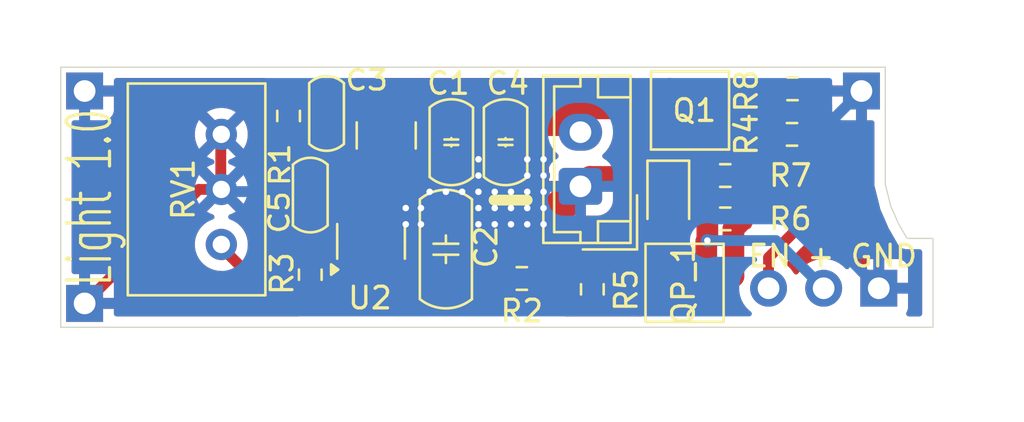
<source format=kicad_pcb>
(kicad_pcb (version 20241229) (generator "pcbnew") (generator_version "9.0")
  (layers (0 "F.Cu" signal) (2 "B.Cu" signal) (13 "F.Paste" user) (15 "B.Paste" user) (5 "F.SilkS" user "F.Silkscreen") (7 "B.SilkS" user "B.Silkscreen") (1 "F.Mask" user) (3 "B.Mask" user) (25 "Edge.Cuts" user))
  (net 0 "")
  (net 1 "/Light_In")
  (net 2 "GND")
  (net 3 "Net-(U2-FB)")
  (net 4 "/Light_cool")
  (net 5 "/Light+")
  (net 6 "Net-(U2-BST)")
  (net 7 "Net-(I1-A)")
  (net 8 "Net-(Q1-G)")
  (net 9 "Net-(Q1-D)")
  (net 10 "VBAT")
  (net 11 "LED_ENABLE")
  (net 12 "Net-(QP_1-G)")
  (net 13 "Net-(QP_1-D)")
  (net 14 "Net-(R3-Pad2)")
  (footprint "Connector_JST:JST_EH_B2B-EH-A_1x02_P2.50mm_Vertical" (layer "F.Cu") (at 114.95 25 90)
    (property "Reference" "LIGHT1" (hide yes))
    (property "Value" "Conn_01x02")
    (fp_line (start 5.11 -1.71) (end -2.61 -1.71) (stroke (width 0.12)) (layer "F.SilkS"))
    (fp_line (start -2.61 -1.71) (end -2.61 2.31) (stroke (width 0.12)) (layer "F.SilkS"))
    (fp_line (start 4.61 -1.21) (end 4.61 0) (stroke (width 0.12)) (layer "F.SilkS"))
    (fp_line (start -2.11 -1.21) (end 4.61 -1.21) (stroke (width 0.12)) (layer "F.SilkS"))
    (fp_line (start 4.61 0) (end 5.11 0) (stroke (width 0.12)) (layer "F.SilkS"))
    (fp_line (start -2.11 0) (end -2.11 -1.21) (stroke (width 0.12)) (layer "F.SilkS"))
    (fp_line (start -2.61 0) (end -2.11 0) (stroke (width 0.12)) (layer "F.SilkS"))
    (fp_line (start -2.91 0.11) (end -2.91 2.61) (stroke (width 0.12)) (layer "F.SilkS"))
    (fp_line (start 5.11 0.81) (end 4.11 0.81) (stroke (width 0.12)) (layer "F.SilkS"))
    (fp_line (start 4.11 0.81) (end 4.11 2.31) (stroke (width 0.12)) (layer "F.SilkS"))
    (fp_line (start -1.61 0.81) (end -1.61 2.31) (stroke (width 0.12)) (layer "F.SilkS"))
    (fp_line (start -2.61 0.81) (end -1.61 0.81) (stroke (width 0.12)) (layer "F.SilkS"))
    (fp_line (start 5.11 2.31) (end 5.11 -1.71) (stroke (width 0.12)) (layer "F.SilkS"))
    (fp_line (start -2.61 2.31) (end 5.11 2.31) (stroke (width 0.12)) (layer "F.SilkS"))
    (fp_line (start -2.91 2.61) (end -0.41 2.61) (stroke (width 0.12)) (layer "F.SilkS"))
    (pad "1" thru_hole roundrect (at 0 0 90) (size 1.7 2) (drill 1) (layers "*.Cu" "*.Mask") (roundrect_rratio 0.147059) (net 2 "GND"))
    (pad "2" thru_hole oval (at 2.5 0 90) (size 1.7 2) (drill 1) (layers "*.Cu" "*.Mask") (net 5 "/Light+"))
  )
  (footprint "Resistor_SMD:R_0603_1608Metric" (layer "F.Cu") (at 101.5 21.75 -90)
    (property "Reference" "R1" (at 2.25 0.4 90) (layer "F.SilkS") (effects (font (size 0.9 1))))
    (property "Value" "10k")
    (fp_line (start 0.237258 0.5225) (end -0.237258 0.5225) (stroke (width 0.12)) (layer "F.SilkS"))
    (fp_line (start 0.237258 -0.5225) (end -0.237258 -0.5225) (stroke (width 0.12)) (layer "F.SilkS"))
    (pad "1" smd roundrect (at -0.825 0 270) (size 0.8 0.95) (layers "F.Cu" "F.Mask" "F.Paste") (net 5 "/Light+"))
    (pad "2" smd roundrect (at 0.825 0 270) (size 0.8 0.95) (layers "F.Cu" "F.Mask" "F.Paste") (net 3 "Net-(U2-FB)"))
  )
  (footprint "Resistor_SMD:R_0603_1608Metric" (layer "F.Cu") (at 121.625 24.5 180)
    (property "Reference" "R7" (at -3 0 0) (layer "F.SilkS"))
    (property "Value" "1k")
    (fp_line (start 0.237258 0.5225) (end -0.237258 0.5225) (stroke (width 0.12)) (layer "F.SilkS"))
    (fp_line (start 0.237258 -0.5225) (end -0.237258 -0.5225) (stroke (width 0.12)) (layer "F.SilkS"))
    (pad "1" smd roundrect (at -0.825 0 180) (size 0.8 0.95) (layers "F.Cu" "F.Mask" "F.Paste") (net 12 "Net-(QP_1-G)"))
    (pad "2" smd roundrect (at 0.825 0 180) (size 0.8 0.95) (layers "F.Cu" "F.Mask" "F.Paste") (net 9 "Net-(Q1-D)"))
  )
  (footprint "Package_TO_SOT_SMD:TSOT-23-6" (layer "F.Cu") (at 105.3 27.5375 90)
    (property "Reference" "U2" (at -2.6125 -0.05 0) (layer "F.SilkS"))
    (property "Value" "AP63200")
    (fp_line (start 0.8 -1.56) (end 0 -1.56) (stroke (width 0.12)) (layer "F.SilkS"))
    (fp_line (start -0.8 -1.56) (end 0 -1.56) (stroke (width 0.12)) (layer "F.SilkS"))
    (fp_line (start 0.8 1.56) (end 0 1.56) (stroke (width 0.12)) (layer "F.SilkS"))
    (fp_line (start -0.8 1.56) (end 0 1.56) (stroke (width 0.12)) (layer "F.SilkS"))
    (fp_poly (pts (xy -1.3 -1.51) (xy -1.54 -1.84) (xy -1.06 -1.84) (xy -1.3 -1.51)) (stroke (width 0.12)) (fill yes) (layer "F.SilkS"))
    (pad "1" smd roundrect (at -1.1375 -0.95 90) (size 1.325 0.6) (layers "F.Cu" "F.Mask" "F.Paste") (net 3 "Net-(U2-FB)"))
    (pad "2" smd roundrect (at -1.1375 0 90) (size 1.325 0.6) (layers "F.Cu" "F.Mask" "F.Paste") (net 1 "/Light_In"))
    (pad "3" smd roundrect (at -1.1375 0.95 90) (size 1.325 0.6) (layers "F.Cu" "F.Mask" "F.Paste") (net 1 "/Light_In"))
    (pad "4" smd roundrect (at 1.1375 0.95 90) (size 1.325 0.6) (layers "F.Cu" "F.Mask" "F.Paste") (net 2 "GND"))
    (pad "5" smd roundrect (at 1.1375 0 90) (size 1.325 0.6) (layers "F.Cu" "F.Mask" "F.Paste") (net 4 "/Light_cool"))
    (pad "6" smd roundrect (at 1.1375 -0.95 90) (size 1.325 0.6) (layers "F.Cu" "F.Mask" "F.Paste") (net 6 "Net-(U2-BST)"))
  )
  (footprint "Potentiometer_THT:Potentiometer_Bourns_3299W_Vertical" (layer "F.Cu") (at 98.4 27.68 -90)
    (property "Reference" "RV1" (at -2.54 1.75 90) (layer "F.SilkS"))
    (property "Value" "50k")
    (fp_line (start -7.425 4.31) (end 2.345 4.31) (stroke (width 0.12)) (layer "F.SilkS"))
    (fp_line (start -7.425 -2.03) (end -7.425 4.31) (stroke (width 0.12)) (layer "F.SilkS"))
    (fp_line (start -7.425 -2.03) (end 2.345 -2.03) (stroke (width 0.12)) (layer "F.SilkS"))
    (fp_line (start 2.345 -2.03) (end 2.345 4.31) (stroke (width 0.12)) (layer "F.SilkS"))
    (pad "1" thru_hole circle (at 0 0 270) (size 1.44 1.44) (drill 0.8) (layers "*.Cu" "*.Mask") (net 14 "Net-(R3-Pad2)"))
    (pad "2" thru_hole circle (at -2.54 0 270) (size 1.44 1.44) (drill 0.8) (layers "*.Cu" "*.Mask") (net 2 "GND"))
    (pad "3" thru_hole circle (at -5.08 0 270) (size 1.44 1.44) (drill 0.8) (layers "*.Cu" "*.Mask") (net 2 "GND"))
  )
  (footprint "Resistor_SMD:R_0603_1608Metric" (layer "F.Cu") (at 121.625 26.5 180)
    (property "Reference" "R6" (at -3 0 0) (layer "F.SilkS"))
    (property "Value" "10k")
    (fp_line (start 0.237258 0.5225) (end -0.237258 0.5225) (stroke (width 0.12)) (layer "F.SilkS"))
    (fp_line (start 0.237258 -0.5225) (end -0.237258 -0.5225) (stroke (width 0.12)) (layer "F.SilkS"))
    (pad "1" smd roundrect (at -0.825 0 180) (size 0.8 0.95) (layers "F.Cu" "F.Mask" "F.Paste") (net 12 "Net-(QP_1-G)"))
    (pad "2" smd roundrect (at 0.825 0 180) (size 0.8 0.95) (layers "F.Cu" "F.Mask" "F.Paste") (net 10 "VBAT"))
  )
  (footprint "Resistor_SMD:R_0603_1608Metric" (layer "F.Cu") (at 102.5 29.075 -90)
    (property "Reference" "R3" (at -0.05 1.3 90) (layer "F.SilkS"))
    (property "Value" "1k")
    (fp_line (start 0.237258 0.5225) (end -0.237258 0.5225) (stroke (width 0.12)) (layer "F.SilkS"))
    (fp_line (start 0.237258 -0.5225) (end -0.237258 -0.5225) (stroke (width 0.12)) (layer "F.SilkS"))
    (pad "1" smd roundrect (at -0.825 0 270) (size 0.8 0.95) (layers "F.Cu" "F.Mask" "F.Paste") (net 3 "Net-(U2-FB)"))
    (pad "2" smd roundrect (at 0.825 0 270) (size 0.8 0.95) (layers "F.Cu" "F.Mask" "F.Paste") (net 14 "Net-(R3-Pad2)"))
  )
  (footprint "PCM_Capacitor_SMD_Handsoldering_AKL:C_0603_1608Metric_Pad1.08x0.95mm" (layer "F.Cu") (at 102.5 25.4 90)
    (property "Reference" "C5" (at -0.8 -1.43 90) (layer "F.SilkS") (effects (font (size 0.9 1))))
    (property "Value" "100nf" (hide yes))
    (fp_line (start -1.4 -0.8) (end 1.4 -0.799999) (stroke (width 0.12)) (layer "F.SilkS"))
    (fp_line (start 1.4 0.800001) (end -1.4 0.800002) (stroke (width 0.12)) (layer "F.SilkS"))
    (fp_arc (start 1.4 -0.800001) (mid 1.719939 0) (end 1.4 0.800001) (stroke (width 0.12)) (layer "F.SilkS"))
    (fp_arc (start -1.4 0.800002) (mid -1.719939 0.000001) (end -1.4 -0.8) (stroke (width 0.12)) (layer "F.SilkS"))
    (pad "1" smd roundrect (at -0.8625 0 90) (size 1.075 0.95) (layers "F.Cu" "F.Mask" "F.Paste") (net 6 "Net-(U2-BST)"))
    (pad "2" smd roundrect (at 0.8625 0 90) (size 1.075 0.95) (layers "F.Cu" "F.Mask" "F.Paste") (net 4 "/Light_cool"))
  )
  (footprint "Resistor_SMD:R_0603_1608Metric" (layer "F.Cu") (at 124.7 22.6)
    (property "Reference" "R4" (at -2.1 0 90) (layer "F.SilkS"))
    (property "Value" "1k")
    (fp_line (start 0.237258 -0.5225) (end -0.237258 -0.5225) (stroke (width 0.12)) (layer "F.SilkS"))
    (fp_line (start 0.237258 0.5225) (end -0.237258 0.5225) (stroke (width 0.12)) (layer "F.SilkS"))
    (pad "1" smd roundrect (at -0.825 0) (size 0.8 0.95) (layers "F.Cu" "F.Mask" "F.Paste") (net 8 "Net-(Q1-G)"))
    (pad "2" smd roundrect (at 0.825 0) (size 0.8 0.95) (layers "F.Cu" "F.Mask" "F.Paste") (net 11 "LED_ENABLE"))
  )
  (footprint "PCM_Package_TO_SOT_SMD_AKL:SOT-23" (layer "F.Cu") (at 120 21.5 -90)
    (property "Reference" "Q1" (at 0 -0.2 180) (layer "F.SilkS"))
    (property "Value" "N-channel 30V 5A" (hide yes))
    (fp_line (start -1.8 1.8) (end -1.8 -1.8) (stroke (width 0.12)) (layer "F.SilkS"))
    (fp_line (start 1.8 1.8) (end -1.8 1.8) (stroke (width 0.12)) (layer "F.SilkS"))
    (fp_line (start -1.8 -1.8) (end 1.8 -1.8) (stroke (width 0.12)) (layer "F.SilkS"))
    (fp_line (start 1.8 -1.8) (end 1.8 1.8) (stroke (width 0.12)) (layer "F.SilkS"))
    (pad "1" smd roundrect (at -1 -0.95 270) (size 0.9 0.8) (layers "F.Cu" "F.Mask" "F.Paste") (net 8 "Net-(Q1-G)"))
    (pad "2" smd roundrect (at -1 0.95 270) (size 0.9 0.8) (layers "F.Cu" "F.Mask" "F.Paste") (net 2 "GND"))
    (pad "3" smd roundrect (at 1 0 270) (size 0.9 0.8) (layers "F.Cu" "F.Mask" "F.Paste") (net 9 "Net-(Q1-D)"))
  )
  (footprint "Resistor_SMD:R_0603_1608Metric" (layer "F.Cu") (at 112.25 29.25 180)
    (property "Reference" "R2" (at 0 -1.5 0) (layer "F.SilkS"))
    (property "Value" "2.2Ohm (90mW loss)")
    (fp_line (start 0.237258 0.5225) (end -0.237258 0.5225) (stroke (width 0.12)) (layer "F.SilkS"))
    (fp_line (start 0.237258 -0.5225) (end -0.237258 -0.5225) (stroke (width 0.12)) (layer "F.SilkS"))
    (pad "1" smd roundrect (at -0.825 0 180) (size 0.8 0.95) (layers "F.Cu" "F.Mask" "F.Paste") (net 13 "Net-(QP_1-D)"))
    (pad "2" smd roundrect (at 0.825 0 180) (size 0.8 0.95) (layers "F.Cu" "F.Mask" "F.Paste") (net 1 "/Light_In"))
  )
  (footprint "PCM_Capacitor_SMD_Handsoldering_AKL:C_0805_2012Metric_Pad1.18x1.45mm" (layer "F.Cu") (at 111.5 22.9625 -90)
    (property "Reference" "C4" (at -2.7125 -0.1 0) (layer "F.SilkS"))
    (property "Value" "22uF" (hide yes))
    (fp_line (start 1.6 1) (end -1.6 1) (stroke (width 0.12)) (layer "F.SilkS"))
    (fp_line (start -0.127 0.3175) (end -0.127 -0.3175) (stroke (width 0.12)) (layer "F.SilkS"))
    (fp_line (start -0.1905 0) (end -0.127 0) (stroke (width 0.12)) (layer "F.SilkS"))
    (fp_line (start 0.1905 0) (end 0.127 0) (stroke (width 0.12)) (layer "F.SilkS"))
    (fp_line (start 0.127 -0.3175) (end 0.127 0.3175) (stroke (width 0.12)) (layer "F.SilkS"))
    (fp_line (start -1.6 -1) (end 1.6 -1) (stroke (width 0.12)) (layer "F.SilkS"))
    (fp_arc (start -1.6 1) (mid -1.980894 0) (end -1.6 -1) (stroke (width 0.12)) (layer "F.SilkS"))
    (fp_arc (start 1.6 -1) (mid 1.980894 0) (end 1.6 1) (stroke (width 0.12)) (layer "F.SilkS"))
    (pad "1" smd roundrect (at -1.0375 0 270) (size 1.175 1.45) (layers "F.Cu" "F.Mask" "F.Paste") (roundrect_rratio 0.212766) (net 5 "/Light+"))
    (pad "2" smd roundrect (at 1.0375 0 270) (size 1.175 1.45) (layers "F.Cu" "F.Mask" "F.Paste") (roundrect_rratio 0.212766) (net 2 "GND"))
  )
  (footprint "Resistor_SMD:R_0603_1608Metric" (layer "F.Cu") (at 115.5 29.75 90)
    (property "Reference" "R5" (at -0.04 1.56 90) (layer "F.SilkS"))
    (property "Value" "5k")
    (fp_line (start 0.237258 -0.5225) (end -0.237258 -0.5225) (stroke (width 0.12)) (layer "F.SilkS"))
    (fp_line (start 0.237258 0.5225) (end -0.237258 0.5225) (stroke (width 0.12)) (layer "F.SilkS"))
    (pad "1" smd roundrect (at -0.825 0 90) (size 0.8 0.95) (layers "F.Cu" "F.Mask" "F.Paste") (net 13 "Net-(QP_1-D)"))
    (pad "2" smd roundrect (at 0.825 0 90) (size 0.8 0.95) (layers "F.Cu" "F.Mask" "F.Paste") (net 7 "Net-(I1-A)"))
  )
  (footprint "PCM_Capacitor_SMD_Handsoldering_AKL:C_0603_1608Metric_Pad1.08x0.95mm" (layer "F.Cu") (at 103.25 21.6375 -90)
    (property "Reference" "C3" (at -1.5375 -1.85 180) (layer "F.SilkS") (effects (font (size 0.9 1))))
    (property "Value" "100pf" (hide yes))
    (fp_line (start 1.4 0.800001) (end -1.4 0.800002) (stroke (width 0.12)) (layer "F.SilkS"))
    (fp_line (start -1.4 -0.8) (end 1.4 -0.799999) (stroke (width 0.12)) (layer "F.SilkS"))
    (fp_arc (start -1.4 0.800002) (mid -1.719939 0.000001) (end -1.4 -0.8) (stroke (width 0.12)) (layer "F.SilkS"))
    (fp_arc (start 1.4 -0.800001) (mid 1.719939 0) (end 1.4 0.800001) (stroke (width 0.12)) (layer "F.SilkS"))
    (pad "1" smd roundrect (at -0.8625 0 270) (size 1.075 0.95) (layers "F.Cu" "F.Mask" "F.Paste") (net 5 "/Light+"))
    (pad "2" smd roundrect (at 0.8625 0 270) (size 1.075 0.95) (layers "F.Cu" "F.Mask" "F.Paste") (net 3 "Net-(U2-FB)"))
  )
  (footprint "PCM_Package_TO_SOT_SMD_AKL:SOT-23" (layer "F.Cu") (at 119.75 29.45 180)
    (property "Reference" "QP_1" (at 0.05 -0.04 90) (layer "F.SilkS"))
    (property "Value" "P-channel 50v 4A" (hide yes))
    (fp_line (start 1.8 1.8) (end -1.8 1.8) (stroke (width 0.12)) (layer "F.SilkS"))
    (fp_line (start 1.8 -1.8) (end 1.8 1.8) (stroke (width 0.12)) (layer "F.SilkS"))
    (fp_line (start -1.8 1.8) (end -1.8 -1.8) (stroke (width 0.12)) (layer "F.SilkS"))
    (fp_line (start -1.8 -1.8) (end 1.8 -1.8) (stroke (width 0.12)) (layer "F.SilkS"))
    (pad "1" smd roundrect (at -1 -0.95 180) (size 0.9 0.8) (layers "F.Cu" "F.Mask" "F.Paste") (net 12 "Net-(QP_1-G)"))
    (pad "2" smd roundrect (at -1 0.95 180) (size 0.9 0.8) (layers "F.Cu" "F.Mask" "F.Paste") (net 10 "VBAT"))
    (pad "3" smd roundrect (at 1 0 180) (size 0.9 0.8) (layers "F.Cu" "F.Mask" "F.Paste") (net 13 "Net-(QP_1-D)"))
  )
  (footprint "PCM_Capacitor_SMD_Handsoldering_AKL:C_1206_3216Metric_Pad1.33x1.80mm" (layer "F.Cu") (at 108.75 27.9 90)
    (property "Reference" "C2" (at 0.1 1.85 90) (layer "F.SilkS"))
    (property "Value" "10uF" (hide yes))
    (fp_line (start -2.3 -1.2) (end 2.3 -1.2) (stroke (width 0.12)) (layer "F.SilkS"))
    (fp_line (start 0.635 0) (end 0.254 0) (stroke (width 0.12)) (layer "F.SilkS"))
    (fp_line (start -0.635 0) (end -0.254 0) (stroke (width 0.12)) (layer "F.SilkS"))
    (fp_line (start 0.254 0.5715) (end 0.254 -0.5715) (stroke (width 0.12)) (layer "F.SilkS"))
    (fp_line (start -0.254 0.5715) (end -0.254 -0.5715) (stroke (width 0.12)) (layer "F.SilkS"))
    (fp_line (start 2.3 1.2) (end -2.3 1.2) (stroke (width 0.12)) (layer "F.SilkS"))
    (fp_arc (start 2.3 -1.2) (mid 2.741962 0) (end 2.3 1.2) (stroke (width 0.12)) (layer "F.SilkS"))
    (fp_arc (start -2.3 1.2) (mid -2.726625 0) (end -2.3 -1.2) (stroke (width 0.12)) (layer "F.SilkS"))
    (pad "1" smd roundrect (at -1.5625 0 90) (size 1.325 1.8) (layers "F.Cu" "F.Mask" "F.Paste") (roundrect_rratio 0.188679) (net 1 "/Light_In"))
    (pad "2" smd roundrect (at 1.5625 0 90) (size 1.325 1.8) (layers "F.Cu" "F.Mask" "F.Paste") (roundrect_rratio 0.188679) (net 2 "GND"))
  )
  (footprint "Inductor_SMD:L_1210_3225Metric" (layer "F.Cu") (at 106 22.65 90)
    (property "Reference" "L1" (hide yes))
    (property "Value" "4.7uH")
    (fp_line (start 0.602064 -1.36) (end -0.602064 -1.36) (stroke (width 0.12)) (layer "F.SilkS"))
    (fp_line (start 0.602064 1.36) (end -0.602064 1.36) (stroke (width 0.12)) (layer "F.SilkS"))
    (pad "1" smd roundrect (at -1.4 0 90) (size 1.25 2.65) (layers "F.Cu" "F.Mask" "F.Paste") (roundrect_rratio 0.2) (net 4 "/Light_cool"))
    (pad "2" smd roundrect (at 1.4 0 90) (size 1.25 2.65) (layers "F.Cu" "F.Mask" "F.Paste") (roundrect_rratio 0.2) (net 5 "/Light+"))
  )
  (footprint "PCM_Capacitor_SMD_Handsoldering_AKL:C_0805_2012Metric_Pad1.18x1.45mm" (layer "F.Cu") (at 109 22.9625 -90)
    (property "Reference" "C1" (at -2.7125 0.135 0) (layer "F.SilkS"))
    (property "Value" "22uF" (hide yes))
    (fp_line (start 1.6 1) (end -1.6 1) (stroke (width 0.12)) (layer "F.SilkS"))
    (fp_line (start -0.127 0.3175) (end -0.127 -0.3175) (stroke (width 0.12)) (layer "F.SilkS"))
    (fp_line (start -0.1905 0) (end -0.127 0) (stroke (width 0.12)) (layer "F.SilkS"))
    (fp_line (start 0.1905 0) (end 0.127 0) (stroke (width 0.12)) (layer "F.SilkS"))
    (fp_line (start 0.127 -0.3175) (end 0.127 0.3175) (stroke (width 0.12)) (layer "F.SilkS"))
    (fp_line (start -1.6 -1) (end 1.6 -1) (stroke (width 0.12)) (layer "F.SilkS"))
    (fp_arc (start -1.6 1) (mid -1.980894 0) (end -1.6 -1) (stroke (width 0.12)) (layer "F.SilkS"))
    (fp_arc (start 1.6 -1) (mid 1.980894 0) (end 1.6 1) (stroke (width 0.12)) (layer "F.SilkS"))
    (pad "1" smd roundrect (at -1.0375 0 270) (size 1.175 1.45) (layers "F.Cu" "F.Mask" "F.Paste") (roundrect_rratio 0.212766) (net 5 "/Light+"))
    (pad "2" smd roundrect (at 1.0375 0 270) (size 1.175 1.45) (layers "F.Cu" "F.Mask" "F.Paste") (roundrect_rratio 0.212766) (net 2 "GND"))
  )
  (footprint "Modules:LightPower" (layer "F.Cu") (at 110.1 25.4)
    (property "Reference" "U1" (hide yes))
    (property "Value" "~")
    (fp_line (start -19.1 -5.9) (end 18.9 -5.9) (stroke (width 0.05)) (layer "F.SilkS"))
    (fp_line (start -19.1 6.1) (end -19.1 -5.9) (stroke (width 0.05)) (layer "F.SilkS"))
    (fp_line (start 18.9 -5.9) (end 18.9 -0.5) (stroke (width 0.05)) (layer "F.SilkS"))
    (fp_line (start 18.9 -0.5) (end 19.15 0.5) (stroke (width 0.05)) (layer "F.SilkS"))
    (fp_line (start 19.15 0.5) (end 19.5 1.3) (stroke (width 0.05)) (layer "F.SilkS"))
    (fp_line (start 19.5 1.3) (end 19.9 2) (stroke (width 0.05)) (layer "F.SilkS"))
    (fp_line (start 19.9 2) (end 21.1 2) (stroke (width 0.05)) (layer "F.SilkS"))
    (fp_line (start 21.1 6.1) (end -19.1 6.1) (stroke (width 0.05)) (layer "F.SilkS"))
    (fp_line (start 21.1 6.1) (end 21.1 2) (stroke (width 0.05)) (layer "F.SilkS"))
    (pad "1" thru_hole circle (at 13.52 4.3 270) (size 1.7 1.7) (drill 1) (layers "*.Cu" "*.Mask") (net 11 "LED_ENABLE"))
    (pad "2" thru_hole circle (at 16.06 4.3 270) (size 1.7 1.7) (drill 1) (layers "*.Cu" "*.Mask") (net 10 "VBAT"))
    (pad "3" thru_hole rect (at 18.6 4.3 270) (size 1.7 1.7) (drill 1) (layers "*.Cu" "*.Mask") (net 2 "GND"))
    (pad "4" thru_hole rect (at 17.8 -4.8) (size 1.7 1.7) (drill 1) (layers "*.Cu" "*.Mask") (net 2 "GND"))
    (pad "5" thru_hole rect (at -18 -4.8) (size 1.7 1.7) (drill 1) (layers "*.Cu" "*.Mask") (net 2 "GND"))
    (pad "6" thru_hole rect (at -18 5) (size 1.7 1.7) (drill 1) (layers "*.Cu" "*.Mask") (net 2 "GND"))
  )
  (footprint "Resistor_SMD:R_0603_1608Metric" (layer "F.Cu") (at 124.725 20.5)
    (property "Reference" "R8" (at -2.125 0.1 90) (layer "F.SilkS"))
    (property "Value" "10k")
    (fp_line (start 0.237258 -0.5225) (end -0.237258 -0.5225) (stroke (width 0.12)) (layer "F.SilkS"))
    (fp_line (start 0.237258 0.5225) (end -0.237258 0.5225) (stroke (width 0.12)) (layer "F.SilkS"))
    (pad "1" smd roundrect (at -0.825 0) (size 0.8 0.95) (layers "F.Cu" "F.Mask" "F.Paste") (net 8 "Net-(Q1-G)"))
    (pad "2" smd roundrect (at 0.825 0) (size 0.8 0.95) (layers "F.Cu" "F.Mask" "F.Paste") (net 2 "GND"))
  )
  (footprint "LED_SMD:LED_0805_2012Metric" (layer "F.Cu") (at 119 25.5 -90)
    (property "Reference" "I1" (hide yes))
    (property "Value" "GREEN")
    (fp_line (start -1.685 0.96) (end 1 0.96) (stroke (width 0.12)) (layer "F.SilkS"))
    (fp_line (start -1.685 -0.96) (end -1.685 0.96) (stroke (width 0.12)) (layer "F.SilkS"))
    (fp_line (start 1 -0.96) (end -1.685 -0.96) (stroke (width 0.12)) (layer "F.SilkS"))
    (pad "1" smd roundrect (at -0.9375 0 270) (size 0.975 1.4) (layers "F.Cu" "F.Mask" "F.Paste") (net 2 "GND"))
    (pad "2" smd roundrect (at 0.9375 0 270) (size 0.975 1.4) (layers "F.Cu" "F.Mask" "F.Paste") (net 7 "Net-(I1-A)"))
  )
  (gr_line (start 91 31.5) (end 91 19.5) (stroke (width 0.05)) (layer "Edge.Cuts"))
  (gr_line (start 129.25 25.9) (end 129.6 26.7) (stroke (width 0.05)) (layer "Edge.Cuts"))
  (gr_line (start 129.6 26.7) (end 130 27.4) (stroke (width 0.05)) (layer "Edge.Cuts"))
  (gr_line (start 130 27.4) (end 131.2 27.4) (stroke (width 0.05)) (layer "Edge.Cuts"))
  (gr_line (start 129 24.9) (end 129.25 25.9) (stroke (width 0.05)) (layer "Edge.Cuts"))
  (gr_line (start 91 19.5) (end 129 19.5) (stroke (width 0.05)) (layer "Edge.Cuts"))
  (gr_line (start 131.2 31.5) (end 91 31.5) (stroke (width 0.05)) (layer "Edge.Cuts"))
  (gr_line (start 131.2 31.5) (end 131.2 27.4) (stroke (width 0.05)) (layer "Edge.Cuts"))
  (gr_line (start 129 19.5) (end 129 24.9) (stroke (width 0.05)) (layer "Edge.Cuts"))
  (gr_text "Light 1.0" (at 93.5 29.7 90) (layer "F.SilkS") (effects (font (size 2 1.2)) (justify left bottom)))
  (gr_text "EN + GND" (at 122.6 28.8 0) (layer "F.SilkS") (effects (font (size 1 1)) (justify left bottom)))
  (gr_text "-" (at 113.3 24.6 180) (layer "F.SilkS") (effects (font (size 2 2) (thickness 0.5) (bold yes)) (justify left bottom)))
  (segment (start 108.75 29.375) (end 106.95 29.375) (width 1) (layer "F.Cu") (net 1))
  (segment (start 106.95 29.375) (end 106.25 28.675) (width 1) (layer "F.Cu") (net 1))
  (segment (start 106.25 28.675) (end 105.35 28.675) (width 1) (layer "F.Cu") (net 1))
  (segment (start 92.1 20.6) (end 96.4 20.6) (width 0.5) (layer "F.Cu") (net 2))
  (segment (start 128.7 29.7) (end 127.9 28.9) (width 0.5) (layer "F.Cu") (net 2))
  (segment (start 111.5 26.3375) (end 113.6125 26.3375) (width 1.5) (layer "F.Cu") (net 2))
  (segment (start 96.4 20.6) (end 98.4 22.6) (width 0.5) (layer "F.Cu") (net 2))
  (segment (start 106.75 26.425) (end 106.3 26.425) (width 1) (layer "F.Cu") (net 2))
  (segment (start 127.9 20.6) (end 125.65 20.6) (width 0.5) (layer "F.Cu") (net 2))
  (segment (start 119 24.5625) (end 115.3875 24.5625) (width 1) (layer "F.Cu") (net 2))
  (segment (start 107.75 26.425) (end 106.75 26.425) (width 1) (layer "F.Cu") (net 2))
  (segment (start 108.75 26.3375) (end 111.5 26.3375) (width 1.5) (layer "F.Cu") (net 2))
  (segment (start 106.25 26.4) (end 106.725 26.4) (width 0.5) (layer "F.Cu") (net 2))
  (segment (start 127.9 28.9) (end 127.9 20.6) (width 0.5) (layer "F.Cu") (net 2))
  (segment (start 98.375 25.24) (end 98.375 22.7) (width 0.5) (layer "F.Cu") (net 2))
  (segment (start 118.7 24.2625) (end 119 24.5625) (width 1) (layer "F.Cu") (net 2))
  (segment (start 115.3875 24.5625) (end 114.95 25) (width 1) (layer "F.Cu") (net 2))
  (segment (start 97.36 25.14) (end 98.4 25.14) (width 0.5) (layer "F.Cu") (net 2))
  (segment (start 113.6125 26.3375) (end 114.95 25) (width 1.5) (layer "F.Cu") (net 2))
  (segment (start 106.725 26.4) (end 106.75 26.425) (width 0.5) (layer "F.Cu") (net 2))
  (segment (start 125.65 20.6) (end 125.55 20.5) (width 0.5) (layer "F.Cu") (net 2))
  (segment (start 118.7 20.85) (end 118.7 24.2625) (width 1) (layer "F.Cu") (net 2))
  (segment (start 111.5 24) (end 111.5 26.3375) (width 1.5) (layer "F.Cu") (net 2))
  (segment (start 109 24) (end 111.5 24) (width 1.5) (layer "F.Cu") (net 2))
  (segment (start 92.1 30.4) (end 97.36 25.14) (width 0.5) (layer "F.Cu") (net 2))
  (segment (start 119.05 20.5) (end 118.7 20.85) (width 1) (layer "F.Cu") (net 2))
  (via (at 106.9 26) (size 0.6) (drill 0.3) (layers "F.Cu" "B.Cu") (net 2))
  (via (at 107.6 26.75) (size 0.6) (drill 0.3) (layers "F.Cu" "B.Cu") (net 2))
  (via (at 110.25 26) (size 0.6) (drill 0.3) (layers "F.Cu" "B.Cu") (net 2))
  (via (at 112.5 26.75) (size 0.6) (drill 0.3) (layers "F.Cu" "B.Cu") (net 2))
  (via (at 112.5 24.5) (size 0.6) (drill 0.3) (layers "F.Cu" "B.Cu") (net 2))
  (via (at 111 26.75) (size 0.6) (drill 0.3) (layers "F.Cu" "B.Cu") (net 2))
  (via (at 108 25.25) (size 0.6) (drill 0.3) (layers "F.Cu" "B.Cu") (net 2))
  (via (at 113.25 26.75) (size 0.6) (drill 0.3) (layers "F.Cu" "B.Cu") (net 2))
  (via (at 108.75 25.25) (size 0.6) (drill 0.3) (layers "F.Cu" "B.Cu") (net 2))
  (via (at 111.75 26.75) (size 0.6) (drill 0.3) (layers "F.Cu" "B.Cu") (net 2))
  (via (at 111 25.25) (size 0.6) (drill 0.3) (layers "F.Cu" "B.Cu") (net 2))
  (via (at 111.75 26) (size 0.6) (drill 0.3) (layers "F.Cu" "B.Cu") (net 2))
  (via (at 112.5 25.25) (size 0.6) (drill 0.3) (layers "F.Cu" "B.Cu") (net 2))
  (via (at 113.25 25.25) (size 0.6) (drill 0.3) (layers "F.Cu" "B.Cu") (net 2))
  (via (at 112.5 23.75) (size 0.6) (drill 0.3) (layers "F.Cu" "B.Cu") (net 2))
  (via (at 111 26) (size 0.6) (drill 0.3) (layers "F.Cu" "B.Cu") (net 2))
  (via (at 110.25 24.5) (size 0.6) (drill 0.3) (layers "F.Cu" "B.Cu") (net 2))
  (via (at 107.6 26) (size 0.6) (drill 0.3) (layers "F.Cu" "B.Cu") (net 2))
  (via (at 113.25 24.5) (size 0.6) (drill 0.3) (layers "F.Cu" "B.Cu") (net 2))
  (via (at 109.5 25.25) (size 0.6) (drill 0.3) (layers "F.Cu" "B.Cu") (net 2))
  (via (at 110.25 23.75) (size 0.6) (drill 0.3) (layers "F.Cu" "B.Cu") (net 2))
  (via (at 111.75 25.25) (size 0.6) (drill 0.3) (layers "F.Cu" "B.Cu") (net 2))
  (via (at 113.25 23.75) (size 0.6) (drill 0.3) (layers "F.Cu" "B.Cu") (net 2))
  (via (at 110.25 25.25) (size 0.6) (drill 0.3) (layers "F.Cu" "B.Cu") (net 2))
  (via (at 110.25 26.75) (size 0.6) (drill 0.3) (layers "F.Cu" "B.Cu") (net 2))
  (via (at 112.5 26) (size 0.6) (drill 0.3) (layers "F.Cu" "B.Cu") (net 2))
  (via (at 106.9 26.75) (size 0.6) (drill 0.3) (layers "F.Cu" "B.Cu") (net 2))
  (via (at 113.25 26) (size 0.6) (drill 0.3) (layers "F.Cu" "B.Cu") (net 2))
  (segment (start 107.99 25.24) (end 108 25.25) (width 0.5) (layer "B.Cu") (net 2))
  (segment (start 114.95 25) (end 123.5 25) (width 0.5) (layer "B.Cu") (net 2))
  (segment (start 123.5 25) (end 127.9 20.6) (width 0.5) (layer "B.Cu") (net 2))
  (segment (start 124 25) (end 123.5 25) (width 0.5) (layer "B.Cu") (net 2))
  (segment (start 98.375 25.24) (end 107.99 25.24) (width 0.5) (layer "B.Cu") (net 2))
  (segment (start 128.7 29.7) (end 124 25) (width 0.5) (layer "B.Cu") (net 2))
  (segment (start 103.25 22.5) (end 101.575 22.5) (width 0.5) (layer "F.Cu") (net 3))
  (segment (start 101.575 22.5) (end 101.5 22.575) (width 0.5) (layer "F.Cu") (net 3))
  (segment (start 101.5 22.575) (end 101.175 22.575) (width 0.5) (layer "F.Cu") (net 3))
  (segment (start 102 28.25) (end 102.5 28.25) (width 0.5) (layer "F.Cu") (net 3))
  (segment (start 101.175 22.575) (end 101 22.75) (width 0.5) (layer "F.Cu") (net 3))
  (segment (start 103.925 28.25) (end 104.35 28.675) (width 0.5) (layer "F.Cu") (net 3))
  (segment (start 102.5 28.25) (end 103.925 28.25) (width 0.5) (layer "F.Cu") (net 3))
  (segment (start 101 27.25) (end 102 28.25) (width 0.5) (layer "F.Cu") (net 3))
  (segment (start 101 22.75) (end 101 27.25) (width 0.5) (layer "F.Cu") (net 3))
  (segment (start 102.9875 24.05) (end 102.5 24.5375) (width 1) (layer "F.Cu") (net 4))
  (segment (start 106 24.05) (end 102.9875 24.05) (width 1) (layer "F.Cu") (net 4))
  (segment (start 106 24.05) (end 105.25 24.8) (width 1) (layer "F.Cu") (net 4))
  (segment (start 105.3 25.3) (end 105.3 26.4) (width 0.5) (layer "F.Cu") (net 4))
  (segment (start 105.25 24.8) (end 105.25 25.25) (width 1) (layer "F.Cu") (net 4))
  (segment (start 105.25 25.25) (end 105.3 25.3) (width 0.5) (layer "F.Cu") (net 4))
  (segment (start 105.675 20.925) (end 106 21.25) (width 1.5) (layer "F.Cu") (net 5))
  (segment (start 101.5 20.925) (end 105.675 20.925) (width 1.5) (layer "F.Cu") (net 5))
  (segment (start 114.95 22.5) (end 114.375 21.925) (width 1.5) (layer "F.Cu") (net 5))
  (segment (start 114.375 21.925) (end 109 21.925) (width 1.5) (layer "F.Cu") (net 5))
  (segment (start 108.325 21.25) (end 109 21.925) (width 1.5) (layer "F.Cu") (net 5))
  (segment (start 106 21.25) (end 108.325 21.25) (width 1.5) (layer "F.Cu") (net 5))
  (segment (start 104.35 26.4) (end 102.725 26.4) (width 0.5) (layer "F.Cu") (net 6))
  (segment (start 116.5125 28.925) (end 119 26.4375) (width 0.5) (layer "F.Cu") (net 7))
  (segment (start 115.5 28.925) (end 116.5125 28.925) (width 0.5) (layer "F.Cu") (net 7))
  (segment (start 120.95 20.5) (end 123.9 20.5) (width 0.5) (layer "F.Cu") (net 8))
  (segment (start 123.9 22.575) (end 123.875 22.6) (width 0.5) (layer "F.Cu") (net 8))
  (segment (start 123.9 20.5) (end 123.9 22.575) (width 0.5) (layer "F.Cu") (net 8))
  (segment (start 120.8 24.5) (end 120.8 23.3) (width 0.5) (layer "F.Cu") (net 9))
  (segment (start 120.8 23.3) (end 120 22.5) (width 0.5) (layer "F.Cu") (net 9))
  (segment (start 120.8 26.5) (end 120.8 27.5) (width 1) (layer "F.Cu") (net 10))
  (segment (start 120.75 28.5) (end 120.75 27.55) (width 1) (layer "F.Cu") (net 10))
  (segment (start 120.75 27.55) (end 120.8 27.5) (width 1) (layer "F.Cu") (net 10))
  (via (at 120.8 27.5) (size 0.6) (drill 0.3) (layers "F.Cu" "B.Cu") (net 10))
  (segment (start 123.96 27.5) (end 120.8 27.5) (width 0.5) (layer "B.Cu") (net 10))
  (segment (start 126.16 29.7) (end 123.96 27.5) (width 0.5) (layer "B.Cu") (net 10))
  (segment (start 123.62 28.28) (end 125.525 26.375) (width 0.5) (layer "F.Cu") (net 11))
  (segment (start 123.62 29.7) (end 123.62 28.28) (width 0.5) (layer "F.Cu") (net 11))
  (segment (start 125.525 26.375) (end 125.525 22.6) (width 0.5) (layer "F.Cu") (net 11))
  (segment (start 122.45 24.5) (end 122.45 26.5) (width 0.5) (layer "F.Cu") (net 12))
  (segment (start 120.75 30.4) (end 122.001 29.149) (width 1) (layer "F.Cu") (net 12))
  (segment (start 122.001 26.949) (end 122.45 26.5) (width 1) (layer "F.Cu") (net 12))
  (segment (start 122.001 29.149) (end 122.001 26.949) (width 1) (layer "F.Cu") (net 12))
  (segment (start 114.324 30.499) (end 115.424 30.499) (width 1) (layer "F.Cu") (net 13))
  (segment (start 117.701 30.499) (end 115.576 30.499) (width 1) (layer "F.Cu") (net 13))
  (segment (start 118.75 29.45) (end 117.701 30.499) (width 1) (layer "F.Cu") (net 13))
  (segment (start 113.075 29.25) (end 114.324 30.499) (width 1) (layer "F.Cu") (net 13))
  (segment (start 100.495 29.9) (end 98.375 27.78) (width 0.5) (layer "F.Cu") (net 14))
  (segment (start 102.5 29.9) (end 100.495 29.9) (width 0.5) (layer "F.Cu") (net 14))
  (zone (net 2) (net_name "GND") (layer "F.Cu") (connect_pads yes (clearance 0)) (min_thickness 0.25) (fill yes (thermal_gap 0.5) (thermal_bridge_width 0.5))
    (polygon (pts (xy 105.85 27.15) (xy 107.9 27.15) (xy 107.9 24.9) (xy 105.85 25.472093)))
  )
  (zone (net 1) (net_name "/Light_In") (layer "F.Cu") (priority 5) (connect_pads yes (clearance 0)) (min_thickness 0.25) (fill yes (thermal_gap 0.5) (thermal_bridge_width 0.5))
    (polygon (pts (xy 104.9 30.15) (xy 112.25 30.15) (xy 112.25 27.65) (xy 104.9 27.65)))
  )
  (zone (net 2) (net_name "GND") (layer "F.Cu") (priority 5) (connect_pads yes (clearance 0)) (min_thickness 0.25) (fill yes (thermal_gap 0.5) (thermal_bridge_width 0.5))
    (polygon (pts (xy 107.75 27.15) (xy 113.5 27.15) (xy 113.5 23.15) (xy 107.75 23.15)))
  )
  (zone (net 5) (net_name "/Light+") (layer "F.Cu") (priority 1) (connect_pads yes (clearance 0)) (min_thickness 0.25) (fill yes (thermal_gap 0.5) (thermal_bridge_width 0.5))
    (polygon (pts (xy 104.5 21.9) (xy 117.5 21.9) (xy 117.5 19.4) (xy 104.5 19.4)))
  )
  (zone (net 2) (net_name "GND") (layers "F.Cu" "B.Cu") (connect_pads (clearance 0.5)) (min_thickness 0.25) (fill yes (thermal_gap 0.5) (thermal_bridge_width 0.5))
    (polygon (pts (xy 89 16.8) (xy 130.1 16.4) (xy 135.4 29.3) (xy 130.4 35.9) (xy 88.2 34.7)))
  )
)
</source>
